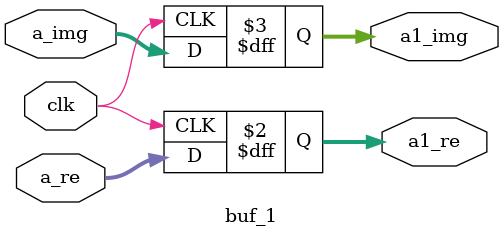
<source format=v>
`timescale 1ns / 1ps
module buf_1(
    input [31:0] a_re,
    input [31:0] a_img,
    input clk,
    output reg [31:0] a1_re,
    output reg [31:0] a1_img
    );

always @(posedge clk) begin
a1_re<=a_re;
a1_img<=a_img;
end

endmodule

</source>
